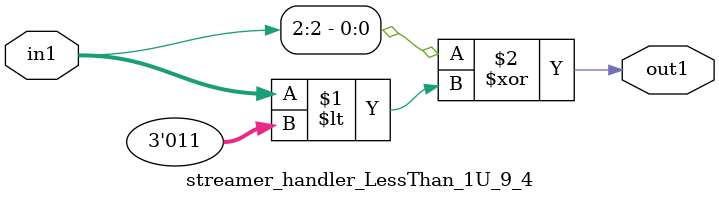
<source format=v>

`timescale 1ps / 1ps


module streamer_handler_LessThan_1U_9_4( in1, out1 );

    input [2:0] in1;
    output out1;

    
    // rtl_process:qkv_macro_handler_hub_LessThan_1U_52_4/qkv_macro_handler_hub_LessThan_1U_52_4_thread_1
    assign out1 = (in1[2] ^ in1 < 3'd3);

endmodule





</source>
